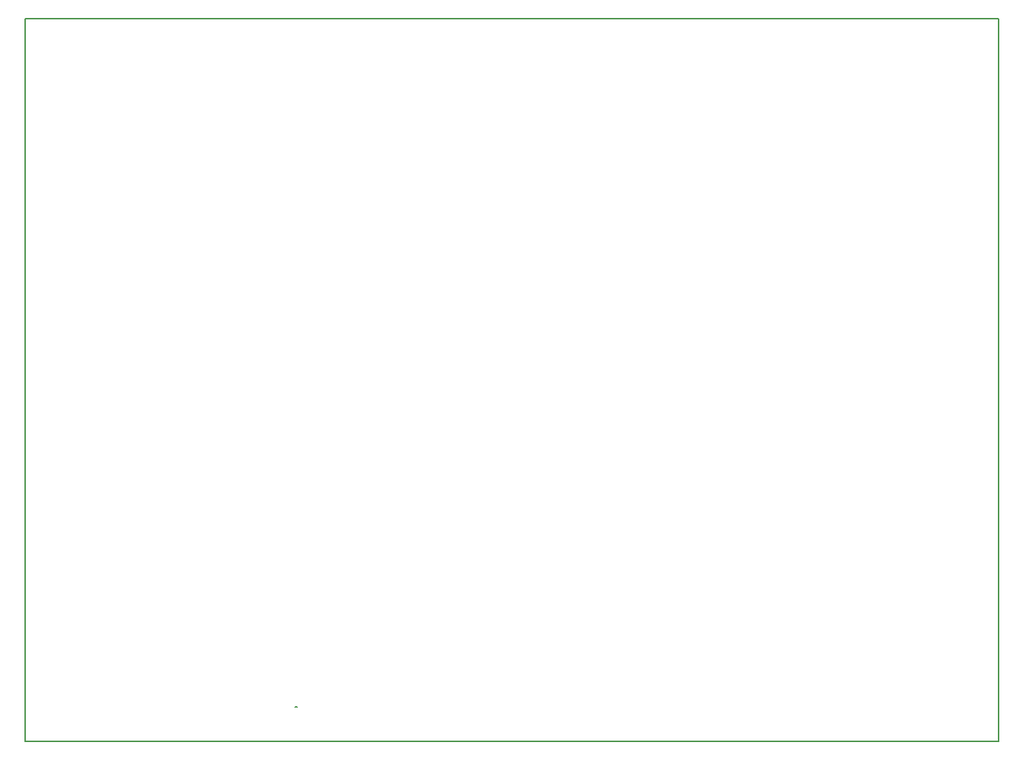
<source format=gbr>
G04 #@! TF.GenerationSoftware,KiCad,Pcbnew,5.0.1*
G04 #@! TF.CreationDate,2019-03-20T15:41:13+05:30*
G04 #@! TF.ProjectId,OpenPLC_V2,4F70656E504C435F56322E6B69636164,rev?*
G04 #@! TF.SameCoordinates,Original*
G04 #@! TF.FileFunction,Profile,NP*
%FSLAX46Y46*%
G04 Gerber Fmt 4.6, Leading zero omitted, Abs format (unit mm)*
G04 Created by KiCad (PCBNEW 5.0.1) date Wed 20 Mar 2019 03:41:13 PM IST*
%MOMM*%
%LPD*%
G01*
G04 APERTURE LIST*
%ADD10C,0.150000*%
G04 APERTURE END LIST*
D10*
X92075000Y-39878000D02*
X206756000Y-39878000D01*
X206756000Y-39878000D02*
X206756000Y-125095000D01*
X91948000Y-125095000D02*
X91948000Y-39878000D01*
X206756000Y-125095000D02*
X91948000Y-125095000D01*
X124079000Y-121031000D02*
X123825000Y-121031000D01*
X91948000Y-39878000D02*
X92075000Y-39878000D01*
M02*

</source>
